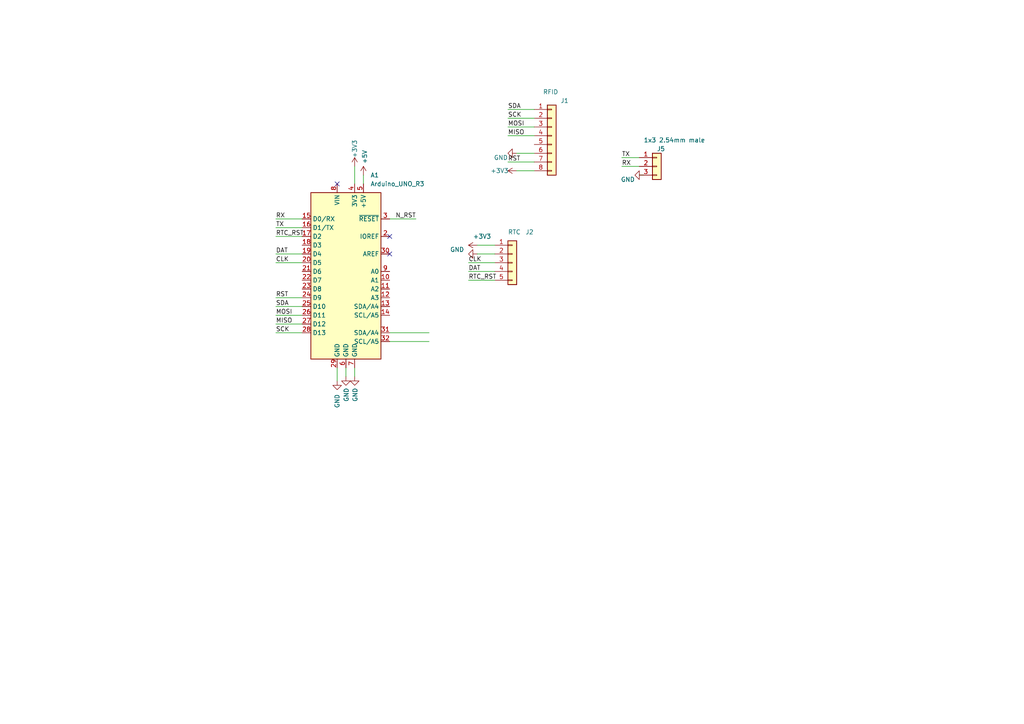
<source format=kicad_sch>
(kicad_sch (version 20211123) (generator eeschema)
  (paper "A4")
  (lib_symbols
    (symbol "Connector_Generic:Conn_01x03" (pin_names (offset 1.016) hide)
      (property "Reference" "J" (at 0 5.08 0))
      (property "Value" "Conn_01x03" (at 0 -5.08 0))
      (symbol "Conn_01x03_1_1"
        (rectangle (start -1.27 -2.413) (end 0 -2.667) (stroke (width 0.1524)))
        (rectangle (start -1.27 0.127) (end 0 -0.127) (stroke (width 0.1524)))
        (rectangle (start -1.27 2.667) (end 0 2.413) (stroke (width 0.1524)))
        (rectangle (start -1.27 3.81) (end 1.27 -3.81) (stroke (width 0.254)) (fill (type background)))
        (pin passive line (at -5.08 2.54 0) (length 3.81) (name "Pin_1") (number "1"))
        (pin passive line (at -5.08 0 0) (length 3.81) (name "Pin_2") (number "2"))
        (pin passive line (at -5.08 -2.54 0) (length 3.81) (name "Pin_3") (number "3"))
      )
    )
    (symbol "Connector_Generic:Conn_01x05" (pin_names (offset 1.016) hide)
      (property "Reference" "J" (at 0 7.62 0))
      (property "Value" "Conn_01x05" (at 0 -7.62 0))
      (symbol "Conn_01x05_1_1"
        (rectangle (start -1.27 -4.953) (end 0 -5.207) (stroke (width 0.1524)))
        (rectangle (start -1.27 -2.413) (end 0 -2.667) (stroke (width 0.1524)))
        (rectangle (start -1.27 0.127) (end 0 -0.127) (stroke (width 0.1524)))
        (rectangle (start -1.27 2.667) (end 0 2.413) (stroke (width 0.1524)))
        (rectangle (start -1.27 5.207) (end 0 4.953) (stroke (width 0.1524)))
        (rectangle (start -1.27 6.35) (end 1.27 -6.35) (stroke (width 0.254)) (fill (type background)))
        (pin passive line (at -5.08 5.08 0) (length 3.81) (name "Pin_1") (number "1"))
        (pin passive line (at -5.08 2.54 0) (length 3.81) (name "Pin_2") (number "2"))
        (pin passive line (at -5.08 0 0) (length 3.81) (name "Pin_3") (number "3"))
        (pin passive line (at -5.08 -2.54 0) (length 3.81) (name "Pin_4") (number "4"))
        (pin passive line (at -5.08 -5.08 0) (length 3.81) (name "Pin_5") (number "5"))
      )
    )
    (symbol "MCU_Module:Arduino_UNO_R3"
      (property "Reference" "A" (at -10.16 23.495 0))
      (property "Value" "Arduino_UNO_R3" (at 5.08 -26.67 0))
      (symbol "Arduino_UNO_R3_0_1"
        (rectangle (start -10.16 22.86) (end 10.16 -25.4) (stroke (width 0.254)) (fill (type background)))
      )
      (symbol "Arduino_UNO_R3_1_1"
        (pin no_connect line (at -10.16 -20.32 0) (length 2.54) hide (name "NC") (number "1"))
        (pin bidirectional line (at 12.7 -2.54 180) (length 2.54) (name "A1") (number "10"))
        (pin bidirectional line (at 12.7 -5.08 180) (length 2.54) (name "A2") (number "11"))
        (pin bidirectional line (at 12.7 -7.62 180) (length 2.54) (name "A3") (number "12"))
        (pin bidirectional line (at 12.7 -10.16 180) (length 2.54) (name "SDA/A4") (number "13"))
        (pin bidirectional line (at 12.7 -12.7 180) (length 2.54) (name "SCL/A5") (number "14"))
        (pin bidirectional line (at -12.7 15.24 0) (length 2.54) (name "D0/RX") (number "15"))
        (pin bidirectional line (at -12.7 12.7 0) (length 2.54) (name "D1/TX") (number "16"))
        (pin bidirectional line (at -12.7 10.16 0) (length 2.54) (name "D2") (number "17"))
        (pin bidirectional line (at -12.7 7.62 0) (length 2.54) (name "D3") (number "18"))
        (pin bidirectional line (at -12.7 5.08 0) (length 2.54) (name "D4") (number "19"))
        (pin output line (at 12.7 10.16 180) (length 2.54) (name "IOREF") (number "2"))
        (pin bidirectional line (at -12.7 2.54 0) (length 2.54) (name "D5") (number "20"))
        (pin bidirectional line (at -12.7 0 0) (length 2.54) (name "D6") (number "21"))
        (pin bidirectional line (at -12.7 -2.54 0) (length 2.54) (name "D7") (number "22"))
        (pin bidirectional line (at -12.7 -5.08 0) (length 2.54) (name "D8") (number "23"))
        (pin bidirectional line (at -12.7 -7.62 0) (length 2.54) (name "D9") (number "24"))
        (pin bidirectional line (at -12.7 -10.16 0) (length 2.54) (name "D10") (number "25"))
        (pin bidirectional line (at -12.7 -12.7 0) (length 2.54) (name "D11") (number "26"))
        (pin bidirectional line (at -12.7 -15.24 0) (length 2.54) (name "D12") (number "27"))
        (pin bidirectional line (at -12.7 -17.78 0) (length 2.54) (name "D13") (number "28"))
        (pin power_in line (at -2.54 -27.94 90) (length 2.54) (name "GND") (number "29"))
        (pin input line (at 12.7 15.24 180) (length 2.54) (name "~{RESET}") (number "3"))
        (pin input line (at 12.7 5.08 180) (length 2.54) (name "AREF") (number "30"))
        (pin bidirectional line (at 12.7 -17.78 180) (length 2.54) (name "SDA/A4") (number "31"))
        (pin bidirectional line (at 12.7 -20.32 180) (length 2.54) (name "SCL/A5") (number "32"))
        (pin power_out line (at 2.54 25.4 270) (length 2.54) (name "3V3") (number "4"))
        (pin power_out line (at 5.08 25.4 270) (length 2.54) (name "+5V") (number "5"))
        (pin power_in line (at 0 -27.94 90) (length 2.54) (name "GND") (number "6"))
        (pin power_in line (at 2.54 -27.94 90) (length 2.54) (name "GND") (number "7"))
        (pin power_in line (at -2.54 25.4 270) (length 2.54) (name "VIN") (number "8"))
        (pin bidirectional line (at 12.7 0 180) (length 2.54) (name "A0") (number "9"))
      )
    )
    (symbol "Tuzibaba-cache:Connector_Generic_Conn_01x08" (pin_names (offset 1.016) hide)
      (property "Reference" "J" (at 0 10.16 0))
      (property "Value" "Connector_Generic_Conn_01x08" (at 0 -12.7 0))
      (symbol "Connector_Generic_Conn_01x08_1_1"
        (rectangle (start -1.27 -10.033) (end 0 -10.287) (stroke (width 0.1524)))
        (rectangle (start -1.27 -7.493) (end 0 -7.747) (stroke (width 0.1524)))
        (rectangle (start -1.27 -4.953) (end 0 -5.207) (stroke (width 0.1524)))
        (rectangle (start -1.27 -2.413) (end 0 -2.667) (stroke (width 0.1524)))
        (rectangle (start -1.27 0.127) (end 0 -0.127) (stroke (width 0.1524)))
        (rectangle (start -1.27 2.667) (end 0 2.413) (stroke (width 0.1524)))
        (rectangle (start -1.27 5.207) (end 0 4.953) (stroke (width 0.1524)))
        (rectangle (start -1.27 7.747) (end 0 7.493) (stroke (width 0.1524)))
        (rectangle (start -1.27 8.89) (end 1.27 -11.43) (stroke (width 0.254)) (fill (type background)))
        (pin passive line (at -5.08 7.62 0) (length 3.81) (name "Pin_1") (number "1"))
        (pin passive line (at -5.08 5.08 0) (length 3.81) (name "Pin_2") (number "2"))
        (pin passive line (at -5.08 2.54 0) (length 3.81) (name "Pin_3") (number "3"))
        (pin passive line (at -5.08 0 0) (length 3.81) (name "Pin_4") (number "4"))
        (pin passive line (at -5.08 -2.54 0) (length 3.81) (name "Pin_5") (number "5"))
        (pin passive line (at -5.08 -5.08 0) (length 3.81) (name "Pin_6") (number "6"))
        (pin passive line (at -5.08 -7.62 0) (length 3.81) (name "Pin_7") (number "7"))
        (pin passive line (at -5.08 -10.16 0) (length 3.81) (name "Pin_8") (number "8"))
      )
    )
    (symbol "power:+3V3" (power) (pin_names (offset 0))
      (property "Value" "+3V3" (at 0 3.556 0))
      (symbol "+3V3_0_1"
        (polyline (pts (xy -0.762 1.27) (xy 0 2.54)))
        (polyline (pts (xy 0 0) (xy 0 2.54)))
        (polyline (pts (xy 0 2.54) (xy 0.762 1.27)))
      )
      (symbol "+3V3_1_1"
        (pin power_in line (at 0 0 90) (length 0) hide (name "+3V3") (number "1"))
      )
    )
    (symbol "power:+5V" (power) (pin_names (offset 0))
      (property "Value" "+5V" (at 0 3.556 0))
      (symbol "+5V_0_1"
        (polyline (pts (xy -0.762 1.27) (xy 0 2.54)))
        (polyline (pts (xy 0 0) (xy 0 2.54)))
        (polyline (pts (xy 0 2.54) (xy 0.762 1.27)))
      )
      (symbol "+5V_1_1"
        (pin power_in line (at 0 0 90) (length 0) hide (name "+5V") (number "1"))
      )
    )
    (symbol "power:GND" (power) (pin_names (offset 0))
      (property "Value" "GND" (at 0 -3.81 0))
      (symbol "GND_0_1"
        (polyline (pts (xy 0 0) (xy 0 -1.27) (xy 1.27 -1.27) (xy 0 -2.54) (xy -1.27 -1.27) (xy 0 -1.27)))
      )
      (symbol "GND_1_1"
        (pin power_in line (at 0 0 270) (length 0) hide (name "GND") (number "1"))
      )
    )
  )
  (no_connect (at 113.03 73.66))
  (no_connect (at 113.03 68.58))
  (no_connect (at 97.79 53.34))
  (wire (pts (xy 80.01 88.9) (xy 87.63 88.9)))
  (wire (pts (xy 154.94 44.45) (xy 149.86 44.45)))
  (wire (pts (xy 97.79 106.68) (xy 97.79 110.49)))
  (wire (pts (xy 147.32 34.29) (xy 154.94 34.29)))
  (wire (pts (xy 138.43 73.66) (xy 143.51 73.66)))
  (wire (pts (xy 80.01 86.36) (xy 87.63 86.36)))
  (wire (pts (xy 80.01 68.58) (xy 87.63 68.58)))
  (wire (pts (xy 80.01 63.5) (xy 87.63 63.5)))
  (wire (pts (xy 80.01 66.04) (xy 87.63 66.04)))
  (wire (pts (xy 102.87 53.34) (xy 102.87 48.26)))
  (wire (pts (xy 180.34 45.72) (xy 185.42 45.72)))
  (wire (pts (xy 135.89 78.74) (xy 143.51 78.74)))
  (wire (pts (xy 105.41 50.8) (xy 105.41 53.34)))
  (wire (pts (xy 100.33 109.22) (xy 100.33 106.68)))
  (wire (pts (xy 135.89 76.2) (xy 143.51 76.2)))
  (wire (pts (xy 147.32 46.99) (xy 154.94 46.99)))
  (wire (pts (xy 138.43 71.12) (xy 143.51 71.12)))
  (wire (pts (xy 186.69 50.8) (xy 185.42 50.8)))
  (wire (pts (xy 113.03 96.52) (xy 124.46 96.52)))
  (wire (pts (xy 80.01 91.44) (xy 87.63 91.44)))
  (wire (pts (xy 80.01 73.66) (xy 87.63 73.66)))
  (wire (pts (xy 180.34 48.26) (xy 185.42 48.26)))
  (wire (pts (xy 147.32 36.83) (xy 154.94 36.83)))
  (wire (pts (xy 113.03 63.5) (xy 120.65 63.5)))
  (wire (pts (xy 113.03 99.06) (xy 124.46 99.06)))
  (wire (pts (xy 147.32 39.37) (xy 154.94 39.37)))
  (wire (pts (xy 154.94 49.53) (xy 149.86 49.53)))
  (wire (pts (xy 102.87 109.22) (xy 102.87 106.68)))
  (wire (pts (xy 135.89 81.28) (xy 143.51 81.28)))
  (wire (pts (xy 80.01 93.98) (xy 87.63 93.98)))
  (wire (pts (xy 80.01 96.52) (xy 87.63 96.52)))
  (wire (pts (xy 80.01 76.2) (xy 87.63 76.2)))
  (wire (pts (xy 147.32 31.75) (xy 154.94 31.75)))
  (label "RTC_RST" (at 135.89 81.28 0))
  (label "TX" (at 180.34 45.72 0))
  (label "DAT" (at 80.01 73.66 0))
  (label "CLK" (at 80.01 76.2 0))
  (label "SDA" (at 80.01 88.9 0))
  (label "N_RST" (at 120.65 63.5 180))
  (label "MISO" (at 80.01 93.98 0))
  (label "MOSI" (at 147.32 36.83 0))
  (label "SCK" (at 80.01 96.52 0))
  (label "RTC_RST" (at 80.01 68.58 0))
  (label "RST" (at 80.01 86.36 0))
  (label "MISO" (at 147.32 39.37 0))
  (label "SCK" (at 147.32 34.29 0))
  (label "DAT" (at 135.89 78.74 0))
  (label "RX" (at 80.01 63.5 0))
  (label "CLK" (at 135.89 76.2 0))
  (label "RX" (at 180.34 48.26 0))
  (label "SDA" (at 147.32 31.75 0))
  (label "MOSI" (at 80.01 91.44 0))
  (label "TX" (at 80.01 66.04 0))
  (label "RST" (at 147.32 46.99 0))
  (symbol (lib_id "power:GND") (at 100.33 109.22 0) (unit 1)
    (property "Reference" "#PWR03" (effects hide))
    (property "Value" "GND" (at 100.457 112.4712 90) (effects (justify right)))
  )
  (symbol (lib_id "power:GND") (at 102.87 109.22 0) (unit 1)
    (property "Reference" "#PWR02" (effects hide))
    (property "Value" "GND" (at 102.997 112.4712 90) (effects (justify right)))
  )
  (symbol (lib_id "power:+5V") (at 105.41 50.8 0) (unit 1)
    (property "Reference" "#PWR0102" (effects hide))
    (property "Value" "+5V" (at 105.791 47.5488 90) (effects (justify left)))
  )
  (symbol (lib_id "MCU_Module:Arduino_UNO_R3") (at 100.33 78.74 0) (unit 1)
    (property "Reference" "A1" (at 107.4294 50.8 0) (effects (justify left)))
    (property "Value" "Arduino_UNO_R3" (at 107.4294 53.34 0) (effects (justify left)))
    (property "Footprint" "For_Rasterboard:Arduino_UNO_R3_WithMountingHoles_Snapped_to_P2.54mm" (effects hide))
    (property "Datasheet" "https://www.arduino.cc/en/Main/arduinoBoardUno" (effects hide))
  )
  (symbol (lib_id "Connector_Generic:Conn_01x05") (at 148.59 76.2 0) (unit 1)
    (property "Reference" "J2" (at 152.4 67.31 0) (effects (justify left)))
    (property "Value" "RTC" (at 147.32 67.31 0) (effects (justify left)))
    (property "Footprint" "Connector_PinSocket_2.54mm:PinSocket_1x05_P2.54mm_Vertical" (effects hide))
  )
  (symbol (lib_id "power:GND") (at 97.79 110.49 0) (unit 1)
    (property "Reference" "#PWR0103" (effects hide))
    (property "Value" "GND" (at 97.7901 114.3 90) (effects (justify right)))
  )
  (symbol (lib_id "power:+3V3") (at 149.86 49.53 90) (unit 1)
    (property "Reference" "#PWR0105" (effects hide))
    (property "Value" "+3V3" (at 142.24 49.53 90) (effects (justify right)))
  )
  (symbol (lib_id "power:GND") (at 138.43 73.66 270) (unit 1)
    (property "Reference" "#PWR0101" (effects hide))
    (property "Value" "GND" (at 134.62 72.39 90) (effects (justify right)))
  )
  (symbol (lib_id "power:+3V3") (at 138.43 71.12 90) (unit 1)
    (property "Reference" "#PWR0106" (effects hide))
    (property "Value" "+3V3" (at 137.16 68.58 90) (effects (justify right)))
  )
  (symbol (lib_id "Connector_Generic:Conn_01x03") (at 190.5 48.26 0) (unit 1)
    (property "Reference" "J5" (at 190.5 43.18 0) (effects (justify left)))
    (property "Value" "1x3 2.54mm male" (at 186.69 40.64 0) (effects (justify left)))
    (property "Footprint" "Connector_PinSocket_2.54mm:PinSocket_1x03_P2.54mm_Vertical" (effects hide))
  )
  (symbol (lib_id "Tuzibaba-cache:Connector_Generic_Conn_01x08") (at 160.02 39.37 0) (unit 1)
    (property "Reference" "J1" (at 162.56 29.21 0) (effects (justify left)))
    (property "Value" "RFID" (at 157.48 26.67 0) (effects (justify left)))
    (property "Footprint" "Connector_PinSocket_2.54mm:PinSocket_1x08_P2.54mm_Vertical" (effects hide))
  )
  (symbol (lib_id "power:+3V3") (at 102.87 48.26 0) (unit 1)
    (property "Reference" "#PWR01" (effects hide))
    (property "Value" "+3V3" (at 102.87 43.18 90))
  )
  (symbol (lib_id "power:GND") (at 149.86 44.45 270) (unit 1)
    (property "Reference" "#PWR0104" (effects hide))
    (property "Value" "GND" (at 147.32 45.72 90) (effects (justify right)))
  )
  (symbol (lib_id "power:GND") (at 186.69 50.8 270) (unit 1)
    (property "Reference" "#PWR0111" (effects hide))
    (property "Value" "GND" (at 184.15 52.07 90) (effects (justify right)))
  )
)
</source>
